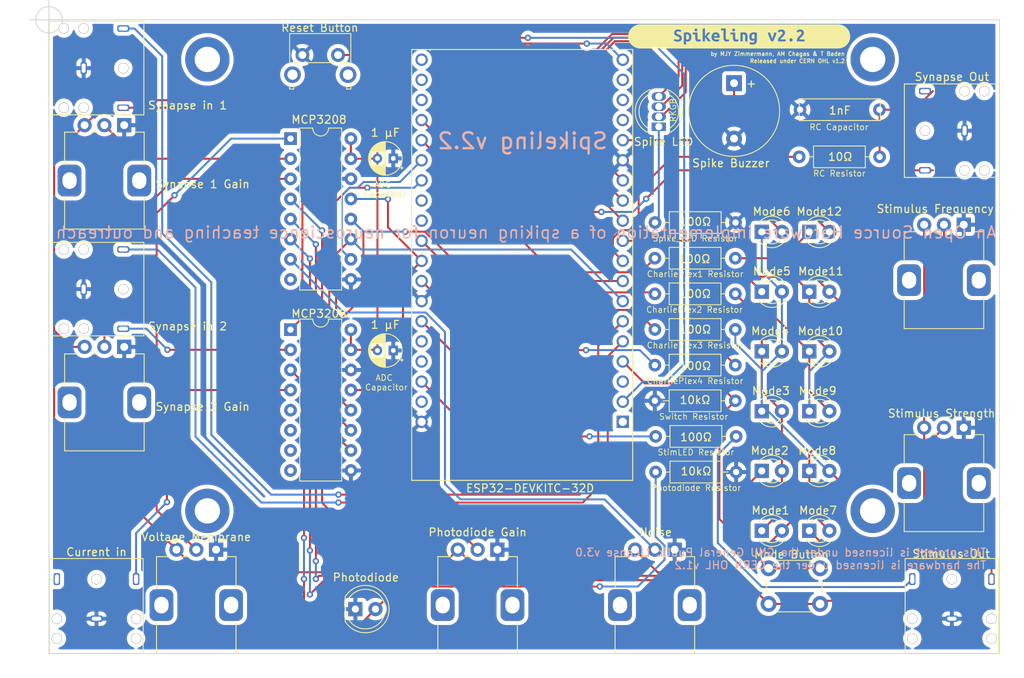
<source format=kicad_pcb>
(kicad_pcb (version 20211014) (generator pcbnew)
  (layers (0 "F.Cu" signal) (31 "B.Cu" signal) (34 "B.Paste" user) (35 "F.Paste" user) (36 "B.SilkS" user "B.Silkscreen") (37 "F.SilkS" user "F.Silkscreen") (38 "B.Mask" user) (39 "F.Mask" user) (44 "Edge.Cuts" user))
  (net 0 "")
  (net 7 "GNDREF")
  (net 8 "/23")
  (net 9 "/27")
  (net 10 "/26")
  (net 11 "+3V3")
  (net 12 "/34")
  (net 13 "/35")
  (net 14 "/25")
  (net 15 "/14")
  (net 16 "/12")
  (net 17 "/13")
  (net 18 "/22")
  (net 19 "/21")
  (net 20 "/19")
  (net 21 "/05")
  (net 22 "/17")
  (net 23 "/16")
  (net 24 "/02")
  (net 25 "/15")
  (net 26 "Net-(R1-Pad2)")
  (net 27 "Net-(R7-Pad2)")
  (net 28 "Net-(R6-Pad2)")
  (net 29 "Net-(R8-Pad2)")
  (net 30 "Net-(R9-Pad2)")
  (net 31 "Net-(R4-Pad2)")
  (net 33 "/39")
  (net 34 "VCC")
  (net 38 "/202")
  (net 39 "/203")
  (net 40 "/106")
  (net 41 "/103")
  (net 42 "/105")
  (net 43 "/104")
  (net 44 "/101")
  (net 45 "/102")
  (net 46 "/200")
  (net 47 "/201")
  (net 48 "/32")
  (net 49 "/33")
  (net 50 "/18")
  (net 51 "/04")
  (net 52 "/00")
  (net 53 "/100")
  (net 54 "/107")
  (net 55 "/204")
  (net 56 "/205")
  (net 57 "/206")
  (net 58 "/207")
  (net 59 "Net-(R3-Pad2)")
  (net 60 "Net-(SW2-Pad2)")
  (footprint "LED_THT:LED_D5.0mm-4_RGB" (layer "F.Cu") (at 177 63.5 90)
    (fp_text reference "D14")
    (fp_text value "Spike LED")
  )
  (footprint "MountingHole:MountingHole_3.2mm_M3_DIN965_Pad" (layer "F.Cu") (at 120 55)
    (fp_text reference " ")
    (fp_text value "MountingHole_3.2mm_M3_DIN965_Pad")
  )
  (footprint "LED_THT:LED_D3.0mm" (layer "F.Cu") (at 190 76.779)
    (fp_text reference "D7")
    (fp_text value "Mode6")
  )
  (footprint "LED_THT:LED_D3.0mm" (layer "F.Cu") (at 190 114.504)
    (fp_text reference "D2")
    (fp_text value "Mode1")
  )
  (footprint "Resistor_THT:R_Axial_DIN0207_L6.3mm_D2.5mm_P10.16mm_Horizontal" (layer "F.Cu") (at 186.66 98.1 180)
    (fp_text reference "R5")
    (fp_text value "10kΩ")
  )
  (footprint "Package_DIP:DIP-16_W7.62mm" (layer "F.Cu") (at 130.5 89.125)
    (fp_text reference "U3")
    (fp_text value "MCP3208")
  )
  (footprint "Potentiometer_THT:Spikeling Potentiometer" (layer "F.Cu") (at 213 109 -90)
    (fp_text reference "RV6")
    (fp_text value "Stimulus Strength")
  )
  (footprint "Potentiometer_THT:Spikeling Potentiometer" (layer "F.Cu") (at 176.5 124.4 -90)
    (fp_text reference "RV4")
    (fp_text value "Noise")
  )
  (footprint "Audio_Module:Spikeling_Photoreceptor" (layer "F.Cu") (at 159.6 122.9)
    (fp_text reference ".")
    (fp_text value "Spikeling_neuron")
  )
  (footprint "Audio_Module:Spikeling Audio Jack 3.5mm" (layer "F.Cu") (at 99.8825 56.1 90)
    (fp_text reference "J2")
    (fp_text value "Synapse in 1")
  )
  (footprint "Audio_Module:Spikeling Audio Jack 3.5mm" (layer "F.Cu") (at 220.1 64 -90)
    (fp_text reference "J1")
    (fp_text value "Synapse Out")
  )
  (footprint "Potentiometer_THT:Spikeling Potentiometer" (layer "F.Cu") (at 107 70.8 -90)
    (fp_text reference "RV1")
    (fp_text value "Synapse 1 Gain")
  )
  (footprint "Audio_Module:Spikeling_Electrode" (layer "F.Cu") (at 125.9 107.3)
    (fp_text reference "REF**")
    (fp_text value "Spikeling_neuron")
  )
  (footprint "LED_THT:LED_D3.0mm" (layer "F.Cu") (at 190 99.414)
    (fp_text reference "D4")
    (fp_text value "Mode3")
  )
  (footprint "Potentiometer_THT:Spikeling Potentiometer" (layer "F.Cu") (at 118.6 124.4 -90)
    (fp_text reference "RV3")
    (fp_text value "Voltage Membrane")
  )
  (footprint "Resistor_THT:R_Axial_DIN0207_L6.3mm_D2.5mm_P10.16mm_Horizontal" (layer "F.Cu") (at 176.6 102.6)
    (fp_text reference "R3")
    (fp_text value "100Ω")
  )
  (footprint "MountingHole:MountingHole_3.2mm_M3_DIN965_Pad" (layer "F.Cu") (at 204 55)
    (fp_text reference " ")
    (fp_text value "MountingHole_M3")
  )
  (footprint "Package_DIP:DIP-16_W7.62mm" (layer "F.Cu") (at 130.5 65)
    (fp_text reference "U2")
    (fp_text value "MCP3208")
  )
  (footprint "Capacitor_THT:CP_Radial_D4.0mm_P2.00mm" (layer "F.Cu") (at 143.4726 91.75 180)
    (fp_text reference "C2")
    (fp_text value "1 μF")
  )
  (footprint "Audio_Module:Spikeling Audio Jack 3.5mm" (layer "F.Cu") (at 214 130.1175 180)
    (fp_text reference "J5")
    (fp_text value "Stimulus Out")
  )
  (footprint "Button_Switch_THT:Spikeling reset button" (layer "F.Cu") (at 134.25 51.75)
    (fp_text reference "SW2")
    (fp_text value "Reset Button")
  )
  (footprint "LED_THT:LED_D3.0mm" (layer "F.Cu") (at 196 91.869)
    (fp_text reference "D11")
    (fp_text value "Mode10")
  )
  (footprint "LED_THT:LED_D3.0mm" (layer "F.Cu") (at 196 106.959)
    (fp_text reference "D9")
    (fp_text value "Mode8")
  )
  (footprint "Capacitor_THT:CP_Radial_D4.0mm_P2.00mm" (layer "F.Cu") (at 143.4726 67.5 180)
    (fp_text reference "C1")
    (fp_text value "1 μF")
  )
  (footprint "Resistor_THT:R_Axial_DIN0207_L6.3mm_D2.5mm_P10.16mm_Horizontal" (layer "F.Cu") (at 176.5 93.6)
    (fp_text reference "R9")
    (fp_text value "100Ω")
  )
  (footprint "LED_THT:LED_D3.0mm" (layer "F.Cu") (at 196 76.779)
    (fp_text reference "D13")
    (fp_text value "Mode12")
  )
  (footprint "LED_THT:LED_D3.0mm" (layer "F.Cu") (at 196 84.324)
    (fp_text reference "D12")
    (fp_text value "Mode11")
  )
  (footprint "LED_THT:LED_D3.0mm" (layer "F.Cu") (at 196 99.414)
    (fp_text reference "D10")
    (fp_text value "Mode9")
  )
  (footprint "Resistor_THT:R_Axial_DIN0207_L6.3mm_D2.5mm_P10.16mm_Horizontal" (layer "F.Cu") (at 194.72 67.3)
    (fp_text reference "R1")
    (fp_text value "10Ω")
  )
  (footprint "LED_THT:LED_D5.0mm" (layer "F.Cu") (at 139.958 124.4)
    (fp_text reference "D1")
    (fp_text value "Photodiode")
  )
  (footprint "Potentiometer_THT:Spikeling Potentiometer" (layer "F.Cu") (at 213 83.372 -90)
    (fp_text reference "RV7")
    (fp_text value "Stimulus Frequency")
  )
  (footprint "Potentiometer_THT:Spikeling Potentiometer" (layer "F.Cu") (at 107 98.8 -90)
    (fp_text reference "RV2")
    (fp_text value "Synapse 2 Gain")
  )
  (footprint "Audio_Module:Spikeling Audio Jack 3.5mm" (layer "F.Cu") (at 99.8825 84 90)
    (fp_text reference "e")
    (fp_text value "Synapse in 2")
  )
  (footprint "LED_THT:LED_D3.0mm" (layer "F.Cu") (at 190 106.959)
    (fp_text reference "D3")
    (fp_text value "Mode2")
  )
  (footprint "MountingHole:MountingHole_3.2mm_M3_DIN965_Pad" (layer "F.Cu") (at 204 112)
    (fp_text reference " ")
    (fp_text value "MountingHole_3.2mm_M3_DIN965_Pad")
  )
  (footprint "LED_THT:LED_D3.0mm" (layer "F.Cu") (at 190 91.869)
    (fp_text reference "D5")
    (fp_text value "Mode4")
  )
  (footprint "Audio_Module:Spikeling Audio Jack 3.5mm" (layer "F.Cu") (at 106 130.1175 180)
    (fp_text reference "J4")
    (fp_text value "Current in")
  )
  (footprint "Resistor_THT:R_Axial_DIN0207_L6.3mm_D2.5mm_P10.16mm_Horizontal" (layer "F.Cu") (at 176.5 89.1)
    (fp_text reference "R8")
    (fp_text value "100Ω")
  )
  (footprint "Resistor_THT:R_Axial_DIN0207_L6.3mm_D2.5mm_P10.16mm_Horizontal" (layer "F.Cu") (at 176.6 107.1)
    (fp_text reference "R2")
    (fp_text value "10kΩ")
  )
  (footprint "Potentiometer_THT:Spikeling Potentiometer" (layer "F.Cu") (at 154.119 124.4 -90)
    (fp_text reference "RV5")
    (fp_text value "Photodiode Gain")
  )
  (footprint "Capacitor_THT:C_Disc_D10.0mm_W2.5mm_P5.00mm" (layer "F.Cu") (at 202.35 61.35 180)
    (fp_text reference "C3")
    (fp_text value "1nF")
  )
  (footprint "Resistor_THT:R_Axial_DIN0207_L6.3mm_D2.5mm_P10.16mm_Horizontal" (layer "F.Cu") (at 176.5 84.6)
    (fp_text reference "R7")
    (fp_text value "100Ω")
  )
  (footprint "Resistor_THT:R_Axial_DIN0207_L6.3mm_D2.5mm_P10.16mm_Horizontal" (layer "F.Cu") (at 186.68 75.6 180)
    (fp_text reference "R4")
    (fp_text value "100Ω")
  )
  (footprint "Buzzer_Beeper:Buzzer_11.5x9.5RM5" (layer "F.Cu") (at 186.5 61.5 -90)
    (fp_text reference "BZ1")
    (fp_text value "Spike Buzzer")
  )
  (footprint "kibuzzard-633362FE" (layer "F.Cu") (at 187.15 52.1)
    (fp_text reference "kibuzzard-633362FE" hide)
    (fp_text value "G***" hide)
  )
  (footprint "MountingHole:MountingHole_3.2mm_M3_DIN965_Pad" (layer "F.Cu") (at 120 112)
    (fp_text reference " ")
    (fp_text value "MountingHole_3.2mm_M3_DIN965_Pad")
  )
  (footprint "Audio_Module:Spikeling_Neuron" (layer "F.Cu") (at 155.9 65.6)
    (fp_text reference ".")
    (fp_text value "Spikeling_neuron")
  )
  (footprint "Resistor_THT:R_Axial_DIN0207_L6.3mm_D2.5mm_P10.16mm_Horizontal" (layer "F.Cu") (at 176.5 80.1)
    (fp_text reference "R6")
    (fp_text value "100Ω")
  )
  (footprint "Button_Switch_THT:SW_PUSH_6mm_H13mm" (layer "F.Cu") (at 194.1 121.5)
    (fp_text reference "SW1")
    (fp_text value "Mode Button")
  )
  (footprint "Module:MODULE_ESP32-DEVKITC-32D" (layer "F.Cu") (at 159.75 81 180)
    (fp_text reference "U1")
    (fp_text value "ESP32-DEVKITC-32D")
  )
  (footprint "LED_THT:LED_D3.0mm" (layer "F.Cu") (at 196 114.504)
    (fp_text reference "D8")
    (fp_text value "Mode7")
  )
  (footprint "LED_THT:LED_D3.0mm" (layer "F.Cu") (at 190 84.324)
    (fp_text reference "D6")
    (fp_text value "Mode5")
  )
  (gr_line (start 220 130) (end 100 130) (layer "Edge.Cuts") (width 0.1))
  (gr_line (start 100 50) (end 220 50) (layer "Edge.Cuts") (width 0.1))
  (gr_line (start 220 50) (end 220 130) (layer "Edge.Cuts") (width 0.1))
  (gr_line (start 100 130) (end 100 50) (layer "Edge.Cuts") (width 0.1))
  (gr_text "Spikeling v2.2\n" (at 159.8 65.3) (layer "B.SilkS") (effects (font (size 2 2) (thickness 0.3)) (justify mirror)))
  (gr_text "An Open Source Hardware implementation of a spiking neuron for neuroscience teaching and outreach" (at 160.25 76.85) (layer "B.SilkS") (effects (font (size 1.5 1.5) (thickness 0.2)) (justify mirror)))
  (gr_text "This project is licensed under the GNU General Public License v3.0\nThe hardware is licensed under the CERN OHL v1.2" (at 218.45 118.05) (layer "B.SilkS") (effects (font (size 1 1)) (justify left mirror)))
  (gr_text "ADC \nCapacitor" (at 142.4 71.4) (layer "F.SilkS") (effects (font (size 0.75 0.75) (thickness 0.1))))
  (gr_text "Switch Resistor" (at 181.4 100.1) (layer "F.SilkS") (effects (font (size 0.75 0.75) (thickness 0.1))))
  (gr_text "CharliePlex3 Resistor" (at 181.58 91.1) (layer "F.SilkS") (effects (font (size 0.75 0.75) (thickness 0.1))))
  (gr_text "CharliePlex2 Resistor" (at 181.5 86.6) (layer "F.SilkS") (effects (font (size 0.75 0.75) (thickness 0.1))))
  (gr_text "Spike_LED Resistor" (at 181.58 77.6) (layer "F.SilkS") (effects (font (size 0.75 0.75) (thickness 0.1))))
  (gr_text "Released under CERN OHL v1.2" (at 194.5 55.2) (layer "F.SilkS") (effects (font (size 0.5 0.5) (thickness 0.1))))
  (gr_text "CharliePlex1 Resistor" (at 181.6 82.1) (layer "F.SilkS") (effects (font (size 0.75 0.75) (thickness 0.1))))
  (gr_text "RKGB" (at 178.8 61.4 90) (layer "F.SilkS") (effects (font (size 0.75 0.75) (thickness 0.1))))
  (gr_text "RC Capacitor" (at 199.75 63.55) (layer "F.SilkS") (effects (font (size 0.75 0.75) (thickness 0.1))))
  (gr_text "RC Resistor" (at 199.8 69.4) (layer "F.SilkS") (effects (font (size 0.75 0.75) (thickness 0.1))))
  (gr_text "by MJY Zimmermann, AM Chagas & T Baden" (at 192 54.3) (layer "F.SilkS") (effects (font (size 0.5 0.5) (thickness 0.1))))
  (gr_text "StimLED Resistor" (at 181.68 104.6) (layer "F.SilkS") (effects (font (size 0.75 0.75) (thickness 0.1))))
  (gr_text "Photodiode Resistor" (at 181.7 109.1) (layer "F.SilkS") (effects (font (size 0.75 0.75) (thickness 0.1))))
  (gr_text "ADC \nCapacitor" (at 142.6 95.8) (layer "F.SilkS") (effects (font (size 0.75 0.75) (thickness 0.1))))
  (gr_text "CharliePlex4 Resistor" (at 181.58 95.6) (layer "F.SilkS") (effects (font (size 0.75 0.75) (thickness 0.1))))
  (target plus (at 100 50) (size 5) (width 0.1) (layer "Edge.Cuts"))
  (segment (start 176.4 99.019022) (end 176.4 98.3) (width 0.25) (layer "B.Cu") (net 7))
  (segment (start 180.4 53.7) (end 180.4 59.140544) (width 0.25) (layer "F.Cu") (net 9))
  (segment (start 178.5 51.8) (end 180.4 53.7) (width 0.25) (layer "F.Cu") (net 9))
  (segment (start 172.45 75.36) (end 168.3 71.21) (width 0.25) (layer "F.Cu") (net 9))
  (segment (start 177.310544 62.23) (end 177 62.23) (width 0.25) (layer "F.Cu") (net 9))
  (segment (start 172.45 75.36) (end 172.45 74.8797) (width 0.25) (layer "F.Cu") (net 9))
  (segment (start 168.3 54.6) (end 171.1 51.8) (width 0.25) (layer "F.Cu") (net 9))
  (segment (start 176.6 62.14) (end 177.75 62.14) (width 0.25) (layer "F.Cu") (net 9))
  (segment (start 180.4 59.140544) (end 177.310544 62.23) (width 0.25) (layer "F.Cu") (net 9))
  (segment (start 168.3 71.21) (end 168.3 54.6) (width 0.25) (layer "F.Cu") (net 9))
  (segment (start 171.1 51.8) (end 178.5 51.8) (width 0.25) (layer "F.Cu") (net 9))
  (segment (start 216.2 73) (end 217.6 74.4) (width 0.25) (layer "F.Cu") (net 10))
  (segment (start 219 115.05) (end 214.8 110.85) (width 0.25) (layer "F.Cu") (net 10))
  (segment (start 219 120.6175) (end 219 115.05) (width 0.25) (layer "F.Cu") (net 10))
  (segment (start 214.8 106.3) (end 218.1 103) (width 0.25) (layer "F.Cu") (net 10))
  (segment (start 217.6 76.9) (end 217.6 74.4) (width 0.25) (layer "F.Cu") (net 10))
  (segment (start 180.75 77.9) (end 185.65 73) (width 0.25) (layer "F.Cu") (net 10))
  (segment (start 218.1 99.8) (end 214.1 95.8) (width 0.25) (layer "F.Cu") (net 10))
  (segment (start 214.1 80.4) (end 217.6 76.9) (width 0.25) (layer "F.Cu") (net 10))
  (segment (start 214.1 95.8) (end 214.1 80.4) (width 0.25) (layer "F.Cu") (net 10))
  (segment (start 185.65 73) (end 216.2 73) (width 0.25) (layer "F.Cu") (net 10))
  (segment (start 218.1 103) (end 218.1 99.8) (width 0.25) (layer "F.Cu") (net 10))
  (segment (start 172.45 77.9) (end 180.75 77.9) (width 0.25) (layer "F.Cu") (net 10))
  (segment (start 214.8 110.85) (end 214.8 106.3) (width 0.25) (layer "F.Cu") (net 10))
  (segment (start 172.45 90.6) (end 170.55 92.5) (width 0.25) (layer "F.Cu") (net 12))
  (segment (start 170.55 92.5) (end 170.55 107.8) (width 0.25) (layer "F.Cu") (net 12))
  (segment (start 136.55 110.95) (end 136.5 110.95) (width 0.25) (layer "F.Cu") (net 12))
  (segment (start 167.4 110.95) (end 136.55 110.95) (width 0.25) (layer "F.Cu") (net 12))
  (segment (start 170.55 107.8) (end 167.4 110.95) (width 0.25) (layer "F.Cu") (net 12))
  (via (at 136.55 110.95) (size 0.8) (drill 0.4) (layers "F.Cu" "B.Cu") (net 12))
  (segment (start 118.5 83.8) (end 118.5 102.635717) (width 0.25) (layer "B.Cu") (net 12))
  (segment (start 113.7 79) (end 118.5 83.8) (width 0.25) (layer "B.Cu") (net 12))
  (segment (start 109.3825 79) (end 113.7 79) (width 0.25) (layer "B.Cu") (net 12))
  (segment (start 126.814283 110.95) (end 136.55 110.95) (width 0.25) (layer "B.Cu") (net 12))
  (segment (start 118.5 102.635717) (end 126.814283 110.95) (width 0.25) (layer "B.Cu") (net 12))
  (segment (start 169.35 91.16) (end 169.35 107.6) (width 0.25) (layer "F.Cu") (net 13))
  (segment (start 167 109.95) (end 136.55 109.95) (width 0.25) (layer "F.Cu") (net 13))
  (segment (start 169.35 107.6) (end 167 109.95) (width 0.25) (layer "F.Cu") (net 13))
  (segment (start 172.45 88.06) (end 169.35 91.16) (width 0.25) (layer "F.Cu") (net 13))
  (via (at 136.55 109.95) (size 0.8) (drill 0.4) (layers "F.Cu" "B.Cu") (net 13))
  (segment (start 114.3 54.6) (end 114.3 76.95) (width 0.25) (layer "B.Cu") (net 13))
  (segment (start 114.3 76.95) (end 120.5 83.15) (width 0.25) (layer "B.Cu") (net 13))
  (segment (start 110.8 51.1) (end 114.3 54.6) (width 0.25) (layer "B.Cu") (net 13))
  (segment (start 120.5 102.4) (end 128.05 109.95) (width 0.25) (layer "B.Cu") (net 13))
  (segment (start 120.5 83.15) (end 120.5 102.4) (width 0.25) (layer "B.Cu") (net 13))
  (segment (start 109.3825 51.1) (end 110.8 51.1) (width 0.25) (layer "B.Cu") (net 13))
  (segment (start 128.05 109.95) (end 136.55 109.95) (width 0.25) (layer "B.Cu") (net 13))
  (segment (start 174.45 71.55) (end 178.7 67.3) (width 0.25) (layer "F.Cu") (net 14))
  (segment (start 172.45 80.44) (end 171.2 79.19) (width 0.25) (layer "F.Cu") (net 14))
  (segment (start 172.237984 76.55) (end 173.9 76.55) (width 0.25) (layer "F.Cu") (net 14))
  (segment (start 171.2 79.19) (end 171.2 77.587984) (width 0.25) (layer "F.Cu") (net 14))
  (segment (start 171.2 77.587984) (end 172.237984 76.55) (width 0.25) (layer "F.Cu") (net 14))
  (segment (start 173.9 76.55) (end 174.45 76) (width 0.25) (layer "F.Cu") (net 14))
  (segment (start 178.7 67.3) (end 194.72 67.3) (width 0.25) (layer "F.Cu") (net 14))
  (segment (start 174.45 76) (end 174.45 71.55) (width 0.25) (layer "F.Cu") (net 14))
  (segment (start 168.74952 69.11952) (end 172.45 72.82) (width 0.25) (layer "F.Cu") (net 15))
  (segment (start 179.95048 53.886198) (end 179.95048 58.320064) (width 0.25) (layer "F.Cu") (net 15))
  (segment (start 179.95048 53.886198) (end 178.313802 52.24952) (width 0.25) (layer "F.Cu") (net 15))
  (segment (start 171.286198 52.24952) (end 168.74952 54.786198) (width 0.25) (layer "F.Cu") (net 15))
  (segment (start 168.74952 54.786198) (end 168.74952 69.11952) (width 0.25) (layer "F.Cu") (net 15))
  (segment (start 179.95048 58.320064) (end 177.310544 60.96) (width 0.25) (layer "F.Cu") (net 15))
  (segment (start 177.310544 60.96) (end 177 60.96) (width 0.25) (layer "F.Cu") (net 15))
  (segment (start 178.313802 52.24952) (end 171.286198 52.24952) (width 0.25) (layer "F.Cu") (net 15))
  (segment (start 177 59.69) (end 179.5 57.19) (width 0.25) (layer "F.Cu") (net 16))
  (segment (start 169.3 67.13) (end 172.45 70.28) (width 0.25) (layer "F.Cu") (net 16))
  (segment (start 178.127604 52.69904) (end 171.472396 52.69904) (width 0.25) (layer "F.Cu") (net 16))
  (segment (start 179.5 57.19) (end 179.5 54.071436) (width 0.25) (layer "F.Cu") (net 16))
  (segment (start 171.472396 52.69904) (end 169.3 54.871436) (width 0.25) (layer "F.Cu") (net 16))
  (segment (start 179.5 54.071436) (end 178.127604 52.69904) (width 0.25) (layer "F.Cu") (net 16))
  (segment (start 169.3 54.871436) (end 169.3 67.13) (width 0.25) (layer "F.Cu") (net 16))
  (segment (start 181.5 65.2) (end 186.5 60.2) (width 0.25) (layer "F.Cu") (net 17))
  (segment (start 172.45 65.2) (end 172.45 64.8) (width 0.25) (layer "F.Cu") (net 17))
  (segment (start 172.45 65.2) (end 181.5 65.2) (width 0.25) (layer "F.Cu") (net 17))
  (segment (start 186.5 58) (end 186.5 60.2) (width 0.25) (layer "F.Cu") (net 17))
  (segment (start 147.05 95.68) (end 153.97 102.6) (width 0.25) (layer "F.Cu") (net 18))
  (segment (start 153.97 102.6) (end 168.25 102.6) (width 0.25) (layer "F.Cu") (net 18))
  (via (at 168.25 102.6) (size 0.8) (drill 0.4) (layers "F.Cu" "B.Cu") (net 18))
  (segment (start 168.25 102.6) (end 176.6 102.6) (width 0.25) (layer "B.Cu") (net 18))
  (segment (start 150.694511 91.704511) (end 147.05 88.06) (width 0.25) (layer "F.Cu") (net 19))
  (segment (start 167.804511 91.704511) (end 150.694511 91.704511) (width 0.25) (layer "F.Cu") (net 19))
  (via (at 167.804511 91.704511) (size 0.8) (drill 0.4) (layers "F.Cu" "B.Cu") (net 19))
  (segment (start 176.5 93.6) (end 174.604511 91.704511) (width 0.25) (layer "B.Cu") (net 19))
  (segment (start 174.604511 91.704511) (end 167.804511 91.704511) (width 0.25) (layer "B.Cu") (net 19))
  (segment (start 150.694511 86.624511) (end 147.05 82.98) (width 0.25) (layer "F.Cu") (net 20))
  (segment (start 176.5 89.1) (end 174.024511 86.624511) (width 0.25) (layer "F.Cu") (net 20))
  (segment (start 174.024511 86.624511) (end 150.694511 86.624511) (width 0.25) (layer "F.Cu") (net 20))
  (segment (start 153.565489 84.415489) (end 147.05 77.9) (width 0.25) (layer "F.Cu") (net 21))
  (segment (start 176.315489 84.415489) (end 153.565489 84.415489) (width 0.25) (layer "F.Cu") (net 21))
  (segment (start 176.5 84.6) (end 176.315489 84.415489) (width 0.25) (layer "F.Cu") (net 21))
  (segment (start 163.725489 81.875489) (end 147.05 65.2) (width 0.25) (layer "F.Cu") (net 24))
  (segment (start 176.5 80.1) (end 174.724511 81.875489) (width 0.25) (layer "F.Cu") (net 24))
  (segment (start 174.724511 81.875489) (end 163.725489 81.875489) (width 0.25) (layer "F.Cu") (net 24))
  (segment (start 158.645489 74.255489) (end 169.744511 74.255489) (width 0.25) (layer "F.Cu") (net 25))
  (segment (start 179 69) (end 175.4 72.6) (width 0.25) (layer "F.Cu") (net 25))
  (segment (start 211.6 69) (end 179 69) (width 0.25) (layer "F.Cu") (net 25))
  (segment (start 147.05 62.66) (end 158.645489 74.255489) (width 0.25) (layer "F.Cu") (net 25))
  (via (at 175.4 72.6) (size 0.8) (drill 0.4) (layers "F.Cu" "B.Cu") (net 25))
  (via (at 169.744511 74.255489) (size 0.8) (drill 0.4) (layers "F.Cu" "B.Cu") (net 25))
  (segment (start 173.744511 74.255489) (end 169.744511 74.255489) (width 0.25) (layer "B.Cu") (net 25))
  (segment (start 175.4 72.6) (end 173.744511 74.255489) (width 0.25) (layer "B.Cu") (net 25))
  (segment (start 211.6 59) (end 209.25 61.35) (width 0.25) (layer "F.Cu") (net 26))
  (segment (start 204.88 61.37) (end 204.86 61.35) (width 0.25) (layer "F.Cu") (net 26))
  (segment (start 204.88 67.3) (end 204.88 61.37) (width 0.25) (layer "F.Cu") (net 26))
  (segment (start 209.25 61.35) (end 204.86 61.35) (width 0.25) (layer "F.Cu") (net 26))
  (segment (start 190 87.94) (end 190 91.869) (width 0.25) (layer "F.Cu") (net 27))
  (segment (start 186.66 84.6) (end 189.88 87.82) (width 0.25) (layer "F.Cu") (net 27))
  (segment (start 192.54 106.959) (end 192.54 111.964) (width 0.25) (layer "F.Cu") (net 27))
  (segment (start 189.88 87.82) (end 190 87.94) (width 0.25) (layer "F.Cu") (net 27))
  (segment (start 196 91.869) (end 191.951 87.82) (width 0.25) (layer "F.Cu") (net 27))
  (segment (start 196 96.874) (end 198.54 99.414) (width 0.25) (layer "F.Cu") (net 27))
  (segment (start 192.54 111.964) (end 190 114.504) (width 0.25) (layer "F.Cu") (net 27))
  (segment (start 190 91.869) (end 190 96.874) (width 0.25) (layer "F.Cu") (net 27))
  (segment (start 190 96.874) (end 192.54 99.414) (width 0.25) (layer "F.Cu") (net 27))
  (segment (start 192.54 99.414) (end 192.54 106.959) (width 0.25) (layer "F.Cu") (net 27))
  (segment (start 196 91.869) (end 196 96.874) (width 0.25) (layer "F.Cu") (net 27))
  (segment (start 191.951 87.82) (end 189.88 87.82) (width 0.25) (layer "F.Cu") (net 27))
  (segment (start 192.54 107) (end 192.54 106.225009) (width 0.25) (layer "B.Cu") (net 27))
  (segment (start 186.66 80.1) (end 192.679 80.1) (width 0.25) (layer "F.Cu") (net 28))
  (segment (start 192.679 80.1) (end 196 76.779) (width 0.25) (layer "F.Cu") (net 28))
  (segment (start 198.54 84.324) (end 194.316 80.1) (width 0.25) (layer "F.Cu") (net 28))
  (segment (start 196 110.85) (end 196 106.959) (width 0.25) (layer "F.Cu") (net 28))
  (segment (start 196 106.959) (end 196 104.75) (width 0.25) (layer "F.Cu") (net 28))
  (segment (start 196 111.964) (end 196 110.85) (width 0.25) (layer "F.Cu") (net 28))
  (segment (start 196 104.75) (end 200.4 100.35) (width 0.25) (layer "F.Cu") (net 28))
  (segment (start 198.54 114.504) (end 196 111.964) (width 0.25) (layer "F.Cu") (net 28))
  (segment (start 200.4 100.35) (end 200.4 86.184) (width 0.25) (layer "F.Cu") (net 28))
  (segment (start 189.25 116.75) (end 190.294 116.75) (width 0.25) (layer "F.Cu") (net 28))
  (segment (start 190.294 116.75) (end 192.54 114.504) (width 0.25) (layer "F.Cu") (net 28))
  (segment (start 188.1 108.859) (end 188.1 115.6) (width 0.25) (layer "F.Cu") (net 28))
  (segment (start 188.1 115.6) (end 189.25 116.75) (width 0.25) (layer "F.Cu") (net 28))
  (segment (start 200.4 86.184) (end 198.54 84.324) (width 0.25) (layer "F.Cu") (net 28))
  (segment (start 190 106.959) (end 188.1 108.859) (width 0.25) (layer "F.Cu") (net 28))
  (segment (start 196 111.044) (end 196 110.85) (width 0.25) (layer "F.Cu") (net 28))
  (segment (start 192.54 114.504) (end 196 111.044) (width 0.25) (layer "F.Cu") (net 28))
  (segment (start 194.316 80.1) (end 192.679 80.1) (width 0.25) (layer "F.Cu") (net 28))
  (segment (start 196 114.504) (end 197.896 116.4) (width 0.25) (layer "F.Cu") (net 29))
  (segment (start 200.2 108.619) (end 198.54 106.959) (width 0.25) (layer "F.Cu") (net 29))
  (segment (start 196 114.504) (end 196.004 114.504) (width 0.25) (layer "F.Cu") (net 29))
  (segment (start 200.2 115.6) (end 200.2 108.619) (width 0.25) (layer "F.Cu") (net 29))
  (segment (start 199.4 116.4) (end 200.2 115.6) (width 0.25) (layer "F.Cu") (net 29))
  (segment (start 197.896 116.4) (end 199.4 116.4) (width 0.25) (layer "F.Cu") (net 29))
  (segment (start 190 76.779) (end 190 81.784) (width 0.25) (layer "B.Cu") (net 29))
  (segment (start 198.353279 106.959) (end 198.54 106.959) (width 0.25) (layer "B.Cu") (net 29))
  (segment (start 190 99.414) (end 190 94.409) (width 0.25) (layer "B.Cu") (net 29))
  (segment (start 192.54 84.324) (end 192.54 91.869) (width 0.25) (layer "B.Cu") (net 29))
  (segment (start 186.66 90.81) (end 190 94.15) (width 0.25) (layer "B.Cu") (net 29))
  (segment (start 190 94.15) (end 190 94.409) (width 0.25) (layer "B.Cu") (net 29))
  (segment (start 190 81.784) (end 192.54 84.324) (width 0.25) (layer "B.Cu") (net 29))
  (segment (start 190.808279 99.414) (end 198.353279 106.959) (width 0.25) (layer "B.Cu") (net 29))
  (segment (start 190 94.409) (end 192.54 91.869) (width 0.25) (layer "B.Cu") (net 29))
  (segment (start 186.66 89.1) (end 186.66 90.81) (width 0.25) (layer "B.Cu") (net 29))
  (segment (start 190 99.414) (end 190.808279 99.414) (width 0.25) (layer "B.Cu") (net 29))
  (segment (start 185.75 82.45) (end 188.126 82.45) (width 0.25) (layer "F.Cu") (net 30))
  (segment (start 196 89.329) (end 198.54 91.869) (width 0.25) (layer "F.Cu") (net 30))
  (segment (start 196 84.324) (end 196 89.329) (width 0.25) (layer "F.Cu") (net 30))
  (segment (start 195.511 73.75) (end 189.511 73.75) (width 0.25) (layer "F.Cu") (net 30))
  (segment (start 186 73.75) (end 189.511 73.75) (width 0.25) (layer "F.Cu") (net 30))
  (segment (start 184.7 83.5) (end 184.7 75.05) (width 0.25) (layer "F.Cu") (net 30))
  (segment (start 194.126 82.45) (end 188.126 82.45) (width 0.25) (layer "F.Cu") (net 30))
  (segment (start 186.66 93.6) (end 184.7 91.64) (width 0.25) (layer "F.Cu") (net 30))
  (segment (start 184.7 91.64) (end 184.7 83.5) (width 0.25) (layer "F.Cu") (net 30))
  (segment (start 188.126 82.45) (end 190 84.324) (width 0.25) (layer "F.Cu") (net 30))
  (segment (start 189.511 73.75) (end 192.54 76.779) (width 0.25) (layer "F.Cu") (net 30))
  (segment (start 184.7 75.05) (end 186 73.75) (width 0.25) (layer "F.Cu") (net 30))
  (segment (start 184.7 83.5) (end 185.75 82.45) (width 0.25) (layer "F.Cu") (net 30))
  (segment (start 198.54 76.779) (end 195.511 73.75) (width 0.25) (layer "F.Cu") (net 30))
  (segment (start 196 84.324) (end 194.126 82.45) (width 0.25) (layer "F.Cu") (net 30))
  (segment (start 196 94.409) (end 198.54 91.869) (width 0.25) (layer "B.Cu") (net 30))
  (segment (start 196 99.414) (end 196 94.409) (width 0.25) (layer "B.Cu") (net 30))
  (segment (start 176.6 63.41) (end 177.75 63.41) (width 0.25) (layer "F.Cu") (net 31))
  (segment (start 177 63.5) (end 177 75.12) (width 0.25) (layer "B.Cu") (net 31))
  (segment (start 177 75.12) (end 176.52 75.6) (width 0.25) (layer "B.Cu") (net 31))
  (segment (start 184.65 100.11) (end 184.65 113.04) (width 0.25) (layer "F.Cu") (net 33))
  (segment (start 172.45 93.14) (end 175.21 95.9) (width 0.25) (layer "F.Cu") (net 33))
  (segment (start 186.66 98.1) (end 184.65 100.11) (width 0.25) (layer "F.Cu") (net 33))
  (segment (start 190.86 119.25) (end 197.36 119.25) (width 0.25) (layer "F.Cu") (net 33))
  (segment (start 175.21 95.9) (end 184.46 95.9) (width 0.25) (layer "F.Cu") (net 33))
  (segment (start 184.65 113.04) (end 190.86 119.25) (width 0.25) (layer "F.Cu") (net 33))
  (segment (start 184.46 95.9) (end 186.66 98.1) (width 0.25) (layer "F.Cu") (net 33))
  (segment (start 191 118.92) (end 191 119.25) (width 0.25) (layer "B.Cu") (net 33))
  (segment (start 156.649982 53) (end 164.55 53) (width 0.25) (layer "F.Cu") (net 34))
  (segment (start 156.374991 52.725009) (end 156.649982 53) (width 0.25) (layer "F.Cu") (net 34))
  (segment (start 186.86 119.75) (end 176.85 119.75) (width 0.25) (layer "F.Cu") (net 34))
  (segment (start 104.5 63.3) (end 100.65 67.15) (width 0.25) (layer "F.Cu") (net 34))
  (segment (start 138.12 89.125) (end 138.12 91.665) (width 0.25) (layer "F.Cu") (net 34))
  (segment (start 210.14904 123.35096) (end 197.75904 123.35096) (width 0.25) (layer "F.Cu") (net 34))
  (segment (start 156.35 53) (end 156.35 52.75) (width 0.25) (layer "F.Cu") (net 34))
  (segment (start 102.740678 91.3) (end 104.5 91.3) (width 0.25) (layer "F.Cu") (net 34))
  (segment (start 144.65 53) (end 156.35 53) (width 0.25) (layer "F.Cu") (net 34))
  (segment (start 197.75904 123.35096) (end 197.36 123.75) (width 0.25) (layer "F.Cu") (net 34))
  (segment (start 154.469 119.75) (end 171.15 119.75) (width 0.25) (layer "F.Cu") (net 34))
  (segment (start 116.1 116.9) (end 100.65 101.45) (width 0.25) (layer "F.Cu") (net 34))
  (segment (start 171.15 119.75) (end 174 116.9) (width 0.25) (layer "F.Cu") (net 34))
  (segment (start 141.4726 57.2774) (end 141.4726 56.1774) (width 0.25) (layer "F.Cu") (net 34))
  (segment (start 138.6 60.15) (end 141.4726 57.2774) (width 0.25) (layer "F.Cu") (net 34))
  (segment (start 164.55 53) (end 164.7 53) (width 0.25) (layer "F.Cu") (net 34))
  (segment (start 138.12 67.54) (end 141.4326 67.54) (width 0.25) (layer "F.Cu") (net 34))
  (segment (start 141.4726 67.5) (end 141.4726 56.1774) (width 0.25) (layer "F.Cu") (net 34))
  (segment (start 148.769 119.75) (end 151.619 116.9) (width 0.25) (layer "F.Cu") (net 34))
  (segment (start 100.65 67.15) (end 100.65 89.209322) (width 0.25) (layer "F.Cu") (net 34))
  (segment (start 100.65 89.209322) (end 102.740678 91.3) (width 0.25) (layer "F.Cu") (net 34))
  (segment (start 100.65 101.45) (end 100.65 89.209322) (width 0.25) (layer "F.Cu") (net 34))
  (segment (start 210.5 101.5) (end 210.5 123) (width 0.25) (layer "F.Cu") (net 34))
  (segment (start 156.35 53) (end 167.9 53) (width 0.25) (layer "F.Cu") (net 34))
  (segment (start 107.65 60.15) (end 138.6 60.15) (width 0.25) (layer "F.Cu") (net 34))
  (segment (start 176.85 119.75) (end 174 116.9) (width 0.25) (layer "F.Cu") (net 34))
  (segment (start 104.5 63.3) (end 107.65 60.15) (width 0.25) (layer "F.Cu") (net 34))
  (segment (start 138.12 91.665) (end 141.3876 91.665) (width 0.25) (layer "F.Cu") (net 34))
  (segment (start 141.4326 67.54) (end 141.4726 67.5) (width 0.25) (layer "F.Cu") (net 34))
  (segment (start 190.86 123.75) (end 197.36 123.75) (width 0.25) (layer "F.Cu") (net 34))
  (segment (start 210.5 75.872) (end 210.5 101.5) (width 0.25) (layer "F.Cu") (net 34))
  (segment (start 156.35 52.75) (end 156.374991 52.725009) (width 0.25) (layer "F.Cu") (net 34))
  (segment (start 190.86 123.75) (end 186.86 119.75) (width 0.25) (layer "F.Cu") (net 34))
  (segment (start 116.1 116.9) (end 118.95 119.75) (width 0.25) (layer "F.Cu") (net 34))
  (segment (start 141.3876 91.665) (end 141.4726 91.75) (width 0.25) (layer "F.Cu") (net 34))
  (segment (start 210.5 123) (end 210.14904 123.35096) (width 0.25) (layer "F.Cu") (net 34))
  (segment (start 138.12 65) (end 138.12 67.54) (width 0.25) (layer "F.Cu") (net 34))
  (segment (start 118.95 119.75) (end 148.769 119.75) (width 0.25) (layer "F.Cu") (net 34))
  (segment (start 141.4726 56.1774) (end 144.65 53) (width 0.25) (layer "F.Cu") (net 34))
  (segment (start 151.619 116.9) (end 154.469 119.75) (width 0.25) (layer "F.Cu") (net 34))
  (segment (start 141.4726 67.5) (end 141.4726 91.75) (width 0.25) (layer "F.Cu") (net 34))
  (via (at 167.9 53) (size 0.8) (drill 0.4) (layers "F.Cu" "B.Cu") (net 34))
  (segment (start 170.41 53) (end 172.45 55.04) (width 0.25) (layer "B.Cu") (net 34))
  (segment (start 167.9 53) (end 170.41 53) (width 0.25) (layer "B.Cu") (net 34))
  (segment (start 132.2 125.25) (end 133.95 127) (width 0.25) (layer "F.Cu") (net 38))
  (segment (start 144.078 121.55) (end 141.228 124.4) (width 0.25) (layer "F.Cu") (net 38))
  (segment (start 169.55 121.55) (end 144.078 121.55) (width 0.25) (layer "F.Cu") (net 38))
  (segment (start 132.2 95.905) (end 132.2 115.4) (width 0.25) (layer "F.Cu") (net 38))
  (segment (start 138.628 127) (end 141.228 124.4) (width 0.25) (layer "F.Cu") (net 38))
  (segment (start 133.95 127) (end 138.628 127) (width 0.25) (layer "F.Cu") (net 38))
  (segment (start 130.5 94.205) (end 132.2 95.905) (width 0.25) (layer "F.Cu") (net 38))
  (segment (start 132.2 120.6) (end 132.2 125.25) (width 0.25) (layer "F.Cu") (net 38))
  (via (at 132.2 120.6) (size 0.8) (drill 0.4) (layers "F.Cu" "B.Cu") (net 38))
  (via (at 132.2 115.4) (size 0.8) (drill 0.4) (layers "F.Cu" "B.Cu") (net 38))
  (via (at 169.55 121.55) (size 0.8) (drill 0.4) (layers "F.Cu" "B.Cu") (net 38))
  (segment (start 177.724511 118.175489) (end 174.35 121.55) (width 0.25) (layer "B.Cu") (net 38))
  (segment (start 132.2 115.4) (end 132.2 120.6) (width 0.25) (layer "B.Cu") (net 38))
  (segment (start 174.35 121.55) (end 169.55 121.55) (width 0.25) (layer "B.Cu") (net 38))
  (segment (start 177.724511 116.39279) (end 177.724511 118.175489) (width 0.25) (layer "B.Cu") (net 38))
  (segment (start 140.6 124.1) (end 141.574511 125.074511) (width 0.25) (layer "B.Cu") (net 38))
  (segment (start 176.6 107.1) (end 176.6 115.268279) (width 0.25) (layer "B.Cu") (net 38))
  (segment (start 176.6 115.268279) (end 177.724511 116.39279) (width 0.25) (layer "B.Cu") (net 38))
  (segment (start 130.5 96.745) (end 117.855 96.745) (width 0.25) (layer "F.Cu") (net 39))
  (segment (start 114.9 99.7) (end 114.9 110.9) (width 0.25) (layer "F.Cu") (net 39))
  (segment (start 117.855 96.745) (end 114.9 99.7) (width 0.25) (layer "F.Cu") (net 39))
  (via (at 114.9 110.9) (size 0.8) (drill 0.4) (layers "F.Cu" "B.Cu") (net 39))
  (segment (start 114.9 110.9) (end 111 114.8) (width 0.25) (layer "B.Cu") (net 39))
  (segment (start 111 114.8) (end 111 120.6175) (width 0.25) (layer "B.Cu") (net 39))
  (segment (start 137.215489 86.955489) (end 147.555489 86.955489) (width 0.25) (layer "B.Cu") (net 40))
  (segment (start 130.5 80.24) (end 137.215489 86.955489) (width 0.25) (layer "B.Cu") (net 40))
  (segment (start 150 108.6) (end 151.95 110.55) (width 0.25) (layer "B.Cu") (net 40))
  (segment (start 170.15 110.55) (end 176.5 116.9) (width 0.25) (layer "B.Cu") (net 40))
  (segment (start 150 89.4) (end 150 108.6) (width 0.25) (layer "B.Cu") (net 40))
  (segment (start 151.95 110.55) (end 170.15 110.55) (width 0.25) (layer "B.Cu") (net 40))
  (segment (start 147.555489 86.955489) (end 150 89.4) (width 0.25) (layer "B.Cu") (net 40))
  (segment (start 154.119 116.9) (end 152.269 115.05) (width 0.25) (layer "F.Cu") (net 41))
  (segment (start 152.269 115.05) (end 138.55 115.05) (width 0.25) (layer "F.Cu") (net 41))
  (segment (start 134.48 110.98) (end 134.575 111.075) (width 0.25) (layer "F.Cu") (net 41))
  (segment (start 138.55 115.05) (end 134.575 111.075) (width 0.25) (layer "F.Cu") (net 41))
  (segment (start 134.48 76.6) (end 134.48 110.98) (width 0.25) (layer "F.Cu") (net 41))
  (via (at 134.48 76.6) (size 0.8) (drill 0.4) (layers "F.Cu" "B.Cu") (net 41))
  (segment (start 130.5 72.62) (end 134.48 76.6) (width 0.25) (layer "B.Cu") (net 41))
  (segment (start 217.3 102.55) (end 217.3 100.35) (width 0.25) (layer "F.Cu") (net 42))
  (segment (start 213 96.05) (end 213 75.872) (width 0.25) (layer "F.Cu") (net 42))
  (segment (start 134.75 120.75) (end 184.4 120.75) (width 0.25) (layer "F.Cu") (net 42))
  (segment (start 132.95 122.55) (end 134.75 120.75) (width 0.25) (layer "F.Cu") (net 42))
  (segment (start 210.585717 124.25) (end 211.55 123.285717) (width 0.25) (layer "F.Cu") (net 42))
  (segment (start 200.1 124.25) (end 210.585717 124.25) (width 0.25) (layer "F.Cu") (net 42))
  (segment (start 132.95 80.15) (end 132.95 117) (width 0.25) (layer "F.Cu") (net 42))
  (segment (start 184.4 120.75) (end 189.75 126.1) (width 0.25) (layer "F.Cu") (net 42))
  (segment (start 189.75 126.1) (end 198.25 126.1) (width 0.25) (layer "F.Cu") (net 42))
  (segment (start 211.55 108.3) (end 217.3 102.55) (width 0.25) (layer "F.Cu") (net 42))
  (segment (start 217.3 100.35) (end 213 96.05) (width 0.25) (layer "F.Cu") (net 42))
  (segment (start 211.55 123.285717) (end 211.55 108.3) (width 0.25) (layer "F.Cu") (net 42))
  (segment (start 198.25 126.1) (end 200.1 124.25) (width 0.25) (layer "F.Cu") (net 42))
  (via (at 132.95 122.55) (size 0.8) (drill 0.4) (layers "F.Cu" "B.Cu") (net 42))
  (via (at 132.95 117) (size 0.8) (drill 0.4) (layers "F.Cu" "B.Cu") (net 42))
  (via (at 132.95 80.15) (size 0.8) (drill 0.4) (layers "F.Cu" "B.Cu") (net 42))
  (segment (start 132.95 117) (end 132.95 122.55) (width 0.25) (layer "B.Cu") (net 42))
  (segment (start 130.5 77.7) (end 132.95 80.15) (width 0.25) (layer "B.Cu") (net 42))
  (segment (start 133.7 120.6) (end 134.10048 120.19952) (width 0.25) (layer "F.Cu") (net 43))
  (segment (start 210.94952 103.55048) (end 210.94952 123.25048) (width 0.25) (layer "F.Cu") (net 43))
  (segment (start 210.94952 123.25048) (end 210.39952 123.80048) (width 0.25) (layer "F.Cu") (net 43))
  (segment (start 134.10048 120.19952) (end 184.74952 120.19952) (width 0.25) (layer "F.Cu") (net 43))
  (segment (start 198.15 125.5) (end 190.05 125.5) (width 0.25) (layer "F.Cu") (net 43))
  (segment (start 133.7 78.35) (end 133.7 118.35) (width 0.25) (layer "F.Cu") (net 43))
  (segment (start 190.05 125.5) (end 184.74952 120.19952) (width 0.25) (layer "F.Cu") (net 43))
  (segment (start 213 101.5) (end 210.94952 103.55048) (width 0.25) (layer "F.Cu") (net 43))
  (segment (start 198.15 125.5) (end 199.84952 123.80048) (width 0.25) (layer "F.Cu") (net 43))
  (segment (start 210.39952 123.80048) (end 199.84952 123.80048) (width 0.25) (layer "F.Cu") (net 43))
  (via (at 133.7 78.35) (size 0.8) (drill 0.4) (layers "F.Cu" "B.Cu") (net 43))
  (via (at 133.7 118.35) (size 0.8) (drill 0.4) (layers "F.Cu" "B.Cu") (net 43))
  (via (at 133.7 120.6) (size 0.8) (drill 0.4) (layers "F.Cu" "B.Cu") (net 43))
  (segment (start 130.5 75.16) (end 133.49 78.15) (width 0.25) (layer "B.Cu") (net 43))
  (segment (start 133.5 78.15) (end 133.7 78.35) (width 0.25) (layer "B.Cu") (net 43))
  (segment (start 133.49 78.15) (end 133.5 78.15) (width 0.25) (layer "B.Cu") (net 43))
  (segment (start 133.7 118.35) (end 133.7 120.6) (width 0.25) (layer "B.Cu") (net 43))
  (segment (start 111.24 67.54) (end 130.5 67.54) (width 0.25) (layer "F.Cu") (net 44))
  (segment (start 107 63.3) (end 111.24 67.54) (width 0.25) (layer "F.Cu") (net 44))
  (segment (start 107 91.3) (end 107 78.890717) (width 0.25) (layer "F.Cu") (net 45))
  (segment (start 115.810717 70.08) (end 130.5 70.08) (width 0.25) (layer "F.Cu") (net 45))
  (segment (start 107 78.890717) (end 115.810717 70.08) (width 0.25) (layer "F.Cu") (net 45))
  (segment (start 132 63.25) (end 129.85 61.1) (width 0.25) (layer "F.Cu") (net 46))
  (segment (start 109.3825 61.1) (end 129.85 61.1) (width 0.25) (layer "F.Cu") (net 46))
  (segment (start 130.5 89.125) (end 132 87.625) (width 0.25) (layer "F.Cu") (net 46))
  (segment (start 132 87.625) (end 132 63.25) (width 0.25) (layer "F.Cu") (net 46))
  (segment (start 130.5 91.665) (end 114.965 91.665) (width 0.25) (layer "F.Cu") (net 47))
  (via (at 114.965 91.665) (size 0.8) (drill 0.4) (layers "F.Cu" "B.Cu") (net 47))
  (segment (start 114.965 91.665) (end 112.3 89) (width 0.25) (layer "B.Cu") (net 47))
  (segment (start 109.3825 89) (end 112.3 89) (width 0.25) (layer "B.Cu") (net 47))
  (segment (start 138.12 101.825) (end 136.25 99.955) (width 0.25) (layer "F.Cu") (net 48))
  (segment (start 136.25 99.955) (end 136.25 79.57) (width 0.25) (layer "F.Cu") (net 48))
  (segment (start 136.25 79.57) (end 138.12 77.7) (width 0.25) (layer "F.Cu") (net 48))
  (segment (start 138.12 77.7) (end 139.424511 79.004511) (width 0.25) (layer "B.Cu") (net 48))
  (segment (start 139.424511 79.004511) (end 165.934511 79.004511) (width 0.25) (layer "B.Cu") (net 48))
  (segment (start 165.934511 79.004511) (end 172.45 85.52) (width 0.25) (layer "B.Cu") (net 48))
  (segment (start 139.7 76.8) (end 139.7 84.95) (width 0.25) (layer "F.Cu") (net 49))
  (segment (start 138.12 75.16) (end 139.7 76.74) (width 0.25) (layer "F.Cu") (net 49))
  (segment (start 153.692016 82.98) (end 147.462016 76.75) (width 0.25) (layer "F.Cu") (net 49))
  (segment (start 147.462016 76.75) (end 145 76.75) (width 0.25) (layer "F.Cu") (net 49))
  (segment (start 139.7 84.95) (end 136.7 87.95) (width 0.25) (layer "F.Cu") (net 49))
  (segment (start 136.7 87.95) (end 136.7 97.865) (width 0.25) (layer "F.Cu") (net 49))
  (segment (start 139.7 76.74) (end 139.7 76.8) (width 0.25) (layer "F.Cu") (net 49))
  (segment (start 136.7 97.865) (end 138.12 99.285) (width 0.25) (layer "F.Cu") (net 49))
  (segment (start 172.45 82.98) (end 153.692016 82.98) (width 0.25) (layer "F.Cu") (net 49))
  (via (at 145 76.75) (size 0.8) (drill 0.4) (layers "F.Cu" "B.Cu") (net 49))
  (segment (start 139.71 76.75) (end 138.12 75.16) (width 0.25) (layer "B.Cu") (net 49))
  (segment (start 145 76.75) (end 139.71 76.75) (width 0.25) (layer "B.Cu") (net 49))
  (segment (start 142.8 76.19) (end 142.8 72.65) (width 0.25) (layer "F.Cu") (net 50))
  (segment (start 147.05 80.44) (end 142.8 76.19) (width 0.25) (layer "F.Cu") (net 50))
  (segment (start 144.7 93) (end 144.7 82.79) (width 0.25) (layer "F.Cu") (net 50))
  (segment (start 144.7 82.79) (end 147.05 80.44) (width 0.25) (layer "F.Cu") (net 50))
  (segment (start 138.12 96.745) (end 140.955 96.745) (width 0.25) (layer "F.Cu") (net 50))
  (segment (start 140.955 96.745) (end 144.7 93) (width 0.25) (layer "F.Cu") (net 50))
  (via (at 142.8 72.65) (size 0.8) (drill 0.4) (layers "F.Cu" "B.Cu") (net 50))
  (segment (start 142.8 72.65) (end 142.77 72.62) (width 0.25) (layer "B.Cu") (net 50))
  (segment (start 142.77 72.62) (end 138.12 72.62) (width 0.25) (layer "B.Cu") (net 50))
  (segment (start 135.4 101.645) (end 135.4 73.7497) (width 0.25) (layer "F.Cu") (net 51))
  (segment (start 135.4 73.7497) (end 137.945189 71.204511) (width 0.25) (layer "F.Cu") (net 51))
  (segment (start 137.945189 71.204511) (end 140.195489 71.204511) (width 0.25) (layer "F.Cu") (net 51))
  (segment (start 138.12 104.365) (end 135.4 101.645) (width 0.25) (layer "F.Cu") (net 51))
  (via (at 140.195489 71.204511) (size 0.8) (drill 0.4) (layers "F.Cu" "B.Cu") (net 51))
  (segment (start 146.125489 71.204511) (end 147.05 70.28) (width 0.25) (layer "B.Cu") (net 51))
  (segment (start 140.195489 71.204511) (end 146.125489 71.204511) (width 0.25) (layer "B.Cu") (net 51))
  (segment (start 144.31 70.48) (end 139.72 70.48) (width 0.25) (layer "B.Cu") (net 52))
  (segment (start 136.995489 79.115489) (end 138.12 80.24) (width 0.25) (layer "B.Cu") (net 52))
  (segment (start 138.995489 71.204511) (end 137.945189 71.204511) (width 0.25) (layer "B.Cu") (net 52))
  (segment (start 139.72 70.48) (end 138.995489 71.204511) (width 0.25) (layer "B.Cu") (net 52))
  (segment (start 137.945189 71.204511) (end 136.995489 72.154211) (width 0.25) (layer "B.Cu") (net 52))
  (segment (start 136.995489 72.154211) (end 136.995489 79.115489) (width 0.25) (layer "B.Cu") (net 52))
  (segment (start 147.05 67.74) (end 144.31 70.48) (width 0.25) (layer "B.Cu") (net 52))
  (segment (start 113.6 74.4) (end 115.85 72.15) (width 0.25) (layer "F.Cu") (net 53))
  (segment (start 113.6 111.9) (end 113.6 74.4) (width 0.25) (layer "F.Cu") (net 53))
  (segment (start 118.6 116.9) (end 113.6 111.9) (width 0.25) (layer "F.Cu") (net 53))
  (via (at 115.85 72.15) (size 0.8) (drill 0.4) (layers "F.Cu" "B.Cu") (net 53))
  (segment (start 123 65) (end 130.5 65) (width 0.25) (layer "B.Cu") (net 53))
  (segment (start 115.85 72.15) (end 123 65) (width 0.25) (layer "B.Cu") (net 53))
  (segment (start 184.45 116.05) (end 190.0175 121.6175) (width 0.25) (layer "B.Cu") (net 59))
  (segment (start 208 121.6175) (end 207.7825 121.6175) (width 0.25) (layer "B.Cu") (net 59))
  (segment (start 209 120.6175) (end 208 121.6175) (width 0.25) (layer "B.Cu") (net 59))
  (segment (start 190.0175 121.6175) (end 207.7825 121.6175) (width 0.25) (layer "B.Cu") (net 59))
  (segment (start 186.76 102.6) (end 184.45 104.91) (width 0.25) (layer "B.Cu") (net 59))
  (segment (start 184.45 104.91) (end 184.45 116.05) (width 0.25) (layer "B.Cu") (net 59))
  (segment (start 142.11 54.44) (end 136.5 54.44) (width 0.25) (layer "F.Cu") (net 60))
  (segment (start 160.474511 52.275489) (end 144.274511 52.275489) (width 0.25) (layer "F.Cu") (net 60))
  (segment (start 144.274511 52.275489) (end 142.11 54.44) (width 0.25) (layer "F.Cu") (net 60))
  (via (at 160.474511 52.275489) (size 0.8) (drill 0.4) (layers "F.Cu" "B.Cu") (net 60))
  (segment (start 174.97 95.7) (end 177.95 95.7) (width 0.25) (layer "B.Cu") (net 60))
  (segment (start 175.625489 52.275489) (end 160.474511 52.275489) (width 0.25) (layer "B.Cu") (net 60))
  (segment (start 172.45 98.22) (end 174.97 95.7) (width 0.25) (layer "B.Cu") (net 60))
  (segment (start 177.95 95.7) (end 180.2 93.45) (width 0.25) (layer "B.Cu") (net 60))
  (segment (start 180.2 93.45) (end 180.2 56.85) (width 0.25) (layer "B.Cu") (net 60))
  (segment (start 180.2 56.85) (end 175.625489 52.275489) (width 0.25) (layer "B.Cu") (net 60))
  (zone (net 7) (net_name "GNDREF") (layer "B.Cu") (connect_pads (clearance 0.508)) (min_thickness 0.254) (fill yes (thermal_gap 0.508) (thermal_bridge_width 0.508))
    (polygon (pts (xy 220 130) (xy 99.75 130) (xy 100 50) (xy 220 50)))
  )
)
</source>
